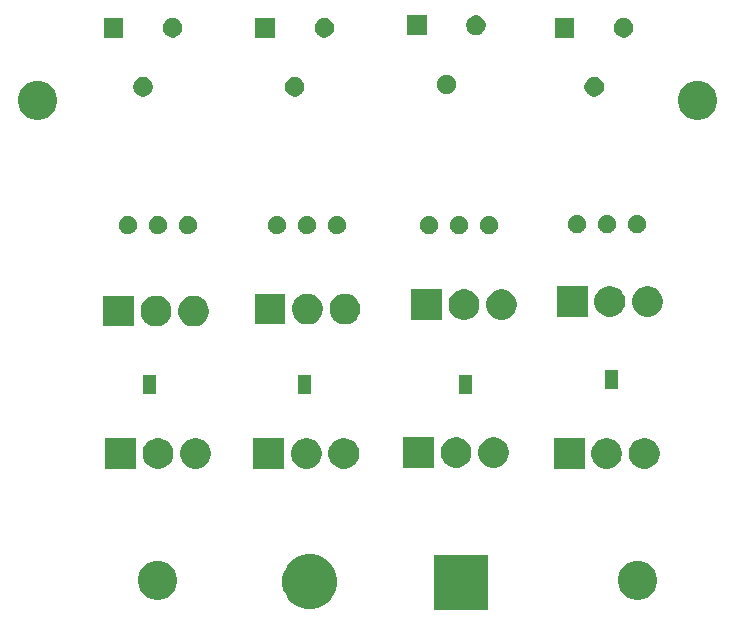
<source format=gbr>
G04 #@! TF.GenerationSoftware,KiCad,Pcbnew,(5.1.2)-1*
G04 #@! TF.CreationDate,2019-06-07T19:51:13-04:00*
G04 #@! TF.ProjectId,version-0-2,76657273-696f-46e2-9d30-2d322e6b6963,rev?*
G04 #@! TF.SameCoordinates,Original*
G04 #@! TF.FileFunction,Soldermask,Bot*
G04 #@! TF.FilePolarity,Negative*
%FSLAX46Y46*%
G04 Gerber Fmt 4.6, Leading zero omitted, Abs format (unit mm)*
G04 Created by KiCad (PCBNEW (5.1.2)-1) date 2019-06-07 19:51:13*
%MOMM*%
%LPD*%
G04 APERTURE LIST*
%ADD10C,0.100000*%
G04 APERTURE END LIST*
D10*
G36*
X101640840Y-167574160D02*
G01*
X97037960Y-167574160D01*
X97037960Y-162971280D01*
X101640840Y-162971280D01*
X101640840Y-167574160D01*
X101640840Y-167574160D01*
G37*
G36*
X87201484Y-162996222D02*
G01*
X87620319Y-163169709D01*
X87620321Y-163169710D01*
X87810071Y-163296497D01*
X87997262Y-163421574D01*
X88317826Y-163742138D01*
X88569691Y-164119081D01*
X88743178Y-164537916D01*
X88831620Y-164982547D01*
X88831620Y-165435893D01*
X88743178Y-165880524D01*
X88742549Y-165882042D01*
X88569690Y-166299361D01*
X88317825Y-166676303D01*
X87997263Y-166996865D01*
X87620321Y-167248730D01*
X87620320Y-167248731D01*
X87620319Y-167248731D01*
X87201484Y-167422218D01*
X86756853Y-167510660D01*
X86303507Y-167510660D01*
X85858876Y-167422218D01*
X85440041Y-167248731D01*
X85440040Y-167248731D01*
X85440039Y-167248730D01*
X85063097Y-166996865D01*
X84742535Y-166676303D01*
X84490670Y-166299361D01*
X84317811Y-165882042D01*
X84317182Y-165880524D01*
X84228740Y-165435893D01*
X84228740Y-164982547D01*
X84317182Y-164537916D01*
X84490669Y-164119081D01*
X84742534Y-163742138D01*
X85063098Y-163421574D01*
X85250289Y-163296497D01*
X85440039Y-163169710D01*
X85440041Y-163169709D01*
X85858876Y-162996222D01*
X86303507Y-162907780D01*
X86756853Y-162907780D01*
X87201484Y-162996222D01*
X87201484Y-162996222D01*
G37*
G36*
X74035256Y-163491298D02*
G01*
X74141579Y-163512447D01*
X74442042Y-163636903D01*
X74712451Y-163817585D01*
X74942415Y-164047549D01*
X75123097Y-164317958D01*
X75214207Y-164537916D01*
X75247553Y-164618422D01*
X75311000Y-164937389D01*
X75311000Y-165262611D01*
X75247553Y-165581578D01*
X75123726Y-165880525D01*
X75123097Y-165882042D01*
X74942415Y-166152451D01*
X74712451Y-166382415D01*
X74442042Y-166563097D01*
X74141579Y-166687553D01*
X74035256Y-166708702D01*
X73822611Y-166751000D01*
X73497389Y-166751000D01*
X73284744Y-166708702D01*
X73178421Y-166687553D01*
X72877958Y-166563097D01*
X72607549Y-166382415D01*
X72377585Y-166152451D01*
X72196903Y-165882042D01*
X72196275Y-165880525D01*
X72072447Y-165581578D01*
X72009000Y-165262611D01*
X72009000Y-164937389D01*
X72072447Y-164618422D01*
X72105794Y-164537916D01*
X72196903Y-164317958D01*
X72377585Y-164047549D01*
X72607549Y-163817585D01*
X72877958Y-163636903D01*
X73178421Y-163512447D01*
X73284744Y-163491298D01*
X73497389Y-163449000D01*
X73822611Y-163449000D01*
X74035256Y-163491298D01*
X74035256Y-163491298D01*
G37*
G36*
X114675256Y-163491298D02*
G01*
X114781579Y-163512447D01*
X115082042Y-163636903D01*
X115352451Y-163817585D01*
X115582415Y-164047549D01*
X115763097Y-164317958D01*
X115854207Y-164537916D01*
X115887553Y-164618422D01*
X115951000Y-164937389D01*
X115951000Y-165262611D01*
X115887553Y-165581578D01*
X115763726Y-165880525D01*
X115763097Y-165882042D01*
X115582415Y-166152451D01*
X115352451Y-166382415D01*
X115082042Y-166563097D01*
X114781579Y-166687553D01*
X114675256Y-166708702D01*
X114462611Y-166751000D01*
X114137389Y-166751000D01*
X113924744Y-166708702D01*
X113818421Y-166687553D01*
X113517958Y-166563097D01*
X113247549Y-166382415D01*
X113017585Y-166152451D01*
X112836903Y-165882042D01*
X112836275Y-165880525D01*
X112712447Y-165581578D01*
X112649000Y-165262611D01*
X112649000Y-164937389D01*
X112712447Y-164618422D01*
X112745794Y-164537916D01*
X112836903Y-164317958D01*
X113017585Y-164047549D01*
X113247549Y-163817585D01*
X113517958Y-163636903D01*
X113818421Y-163512447D01*
X113924744Y-163491298D01*
X114137389Y-163449000D01*
X114462611Y-163449000D01*
X114675256Y-163491298D01*
X114675256Y-163491298D01*
G37*
G36*
X89805173Y-153097484D02*
G01*
X90041881Y-153195532D01*
X90041883Y-153195533D01*
X90254915Y-153337876D01*
X90436084Y-153519045D01*
X90535999Y-153668579D01*
X90578428Y-153732079D01*
X90676476Y-153968787D01*
X90726460Y-154220073D01*
X90726460Y-154476287D01*
X90676476Y-154727573D01*
X90604730Y-154900783D01*
X90578427Y-154964283D01*
X90436084Y-155177315D01*
X90254915Y-155358484D01*
X90041883Y-155500827D01*
X90041882Y-155500828D01*
X90041881Y-155500828D01*
X89805173Y-155598876D01*
X89553887Y-155648860D01*
X89297673Y-155648860D01*
X89046387Y-155598876D01*
X88809679Y-155500828D01*
X88809678Y-155500828D01*
X88809677Y-155500827D01*
X88596645Y-155358484D01*
X88415476Y-155177315D01*
X88273133Y-154964283D01*
X88246830Y-154900783D01*
X88175084Y-154727573D01*
X88125100Y-154476287D01*
X88125100Y-154220073D01*
X88175084Y-153968787D01*
X88273132Y-153732079D01*
X88315561Y-153668579D01*
X88415476Y-153519045D01*
X88596645Y-153337876D01*
X88809677Y-153195533D01*
X88809679Y-153195532D01*
X89046387Y-153097484D01*
X89297673Y-153047500D01*
X89553887Y-153047500D01*
X89805173Y-153097484D01*
X89805173Y-153097484D01*
G37*
G36*
X71818700Y-155648860D02*
G01*
X69217340Y-155648860D01*
X69217340Y-153047500D01*
X71818700Y-153047500D01*
X71818700Y-155648860D01*
X71818700Y-155648860D01*
G37*
G36*
X74072413Y-153097484D02*
G01*
X74309121Y-153195532D01*
X74309123Y-153195533D01*
X74522155Y-153337876D01*
X74703324Y-153519045D01*
X74803239Y-153668579D01*
X74845668Y-153732079D01*
X74943716Y-153968787D01*
X74993700Y-154220073D01*
X74993700Y-154476287D01*
X74943716Y-154727573D01*
X74871970Y-154900783D01*
X74845667Y-154964283D01*
X74703324Y-155177315D01*
X74522155Y-155358484D01*
X74309123Y-155500827D01*
X74309122Y-155500828D01*
X74309121Y-155500828D01*
X74072413Y-155598876D01*
X73821127Y-155648860D01*
X73564913Y-155648860D01*
X73313627Y-155598876D01*
X73076919Y-155500828D01*
X73076918Y-155500828D01*
X73076917Y-155500827D01*
X72863885Y-155358484D01*
X72682716Y-155177315D01*
X72540373Y-154964283D01*
X72514070Y-154900783D01*
X72442324Y-154727573D01*
X72392340Y-154476287D01*
X72392340Y-154220073D01*
X72442324Y-153968787D01*
X72540372Y-153732079D01*
X72582801Y-153668579D01*
X72682716Y-153519045D01*
X72863885Y-153337876D01*
X73076917Y-153195533D01*
X73076919Y-153195532D01*
X73313627Y-153097484D01*
X73564913Y-153047500D01*
X73821127Y-153047500D01*
X74072413Y-153097484D01*
X74072413Y-153097484D01*
G37*
G36*
X77247413Y-153097484D02*
G01*
X77484121Y-153195532D01*
X77484123Y-153195533D01*
X77697155Y-153337876D01*
X77878324Y-153519045D01*
X77978239Y-153668579D01*
X78020668Y-153732079D01*
X78118716Y-153968787D01*
X78168700Y-154220073D01*
X78168700Y-154476287D01*
X78118716Y-154727573D01*
X78046970Y-154900783D01*
X78020667Y-154964283D01*
X77878324Y-155177315D01*
X77697155Y-155358484D01*
X77484123Y-155500827D01*
X77484122Y-155500828D01*
X77484121Y-155500828D01*
X77247413Y-155598876D01*
X76996127Y-155648860D01*
X76739913Y-155648860D01*
X76488627Y-155598876D01*
X76251919Y-155500828D01*
X76251918Y-155500828D01*
X76251917Y-155500827D01*
X76038885Y-155358484D01*
X75857716Y-155177315D01*
X75715373Y-154964283D01*
X75689070Y-154900783D01*
X75617324Y-154727573D01*
X75567340Y-154476287D01*
X75567340Y-154220073D01*
X75617324Y-153968787D01*
X75715372Y-153732079D01*
X75757801Y-153668579D01*
X75857716Y-153519045D01*
X76038885Y-153337876D01*
X76251917Y-153195533D01*
X76251919Y-153195532D01*
X76488627Y-153097484D01*
X76739913Y-153047500D01*
X76996127Y-153047500D01*
X77247413Y-153097484D01*
X77247413Y-153097484D01*
G37*
G36*
X86630173Y-153097484D02*
G01*
X86866881Y-153195532D01*
X86866883Y-153195533D01*
X87079915Y-153337876D01*
X87261084Y-153519045D01*
X87360999Y-153668579D01*
X87403428Y-153732079D01*
X87501476Y-153968787D01*
X87551460Y-154220073D01*
X87551460Y-154476287D01*
X87501476Y-154727573D01*
X87429730Y-154900783D01*
X87403427Y-154964283D01*
X87261084Y-155177315D01*
X87079915Y-155358484D01*
X86866883Y-155500827D01*
X86866882Y-155500828D01*
X86866881Y-155500828D01*
X86630173Y-155598876D01*
X86378887Y-155648860D01*
X86122673Y-155648860D01*
X85871387Y-155598876D01*
X85634679Y-155500828D01*
X85634678Y-155500828D01*
X85634677Y-155500827D01*
X85421645Y-155358484D01*
X85240476Y-155177315D01*
X85098133Y-154964283D01*
X85071830Y-154900783D01*
X85000084Y-154727573D01*
X84950100Y-154476287D01*
X84950100Y-154220073D01*
X85000084Y-153968787D01*
X85098132Y-153732079D01*
X85140561Y-153668579D01*
X85240476Y-153519045D01*
X85421645Y-153337876D01*
X85634677Y-153195533D01*
X85634679Y-153195532D01*
X85871387Y-153097484D01*
X86122673Y-153047500D01*
X86378887Y-153047500D01*
X86630173Y-153097484D01*
X86630173Y-153097484D01*
G37*
G36*
X84376460Y-155648860D02*
G01*
X81775100Y-155648860D01*
X81775100Y-153047500D01*
X84376460Y-153047500D01*
X84376460Y-155648860D01*
X84376460Y-155648860D01*
G37*
G36*
X115238193Y-153097484D02*
G01*
X115474901Y-153195532D01*
X115474903Y-153195533D01*
X115687935Y-153337876D01*
X115869104Y-153519045D01*
X115969019Y-153668579D01*
X116011448Y-153732079D01*
X116109496Y-153968787D01*
X116159480Y-154220073D01*
X116159480Y-154476287D01*
X116109496Y-154727573D01*
X116037750Y-154900783D01*
X116011447Y-154964283D01*
X115869104Y-155177315D01*
X115687935Y-155358484D01*
X115474903Y-155500827D01*
X115474902Y-155500828D01*
X115474901Y-155500828D01*
X115238193Y-155598876D01*
X114986907Y-155648860D01*
X114730693Y-155648860D01*
X114479407Y-155598876D01*
X114242699Y-155500828D01*
X114242698Y-155500828D01*
X114242697Y-155500827D01*
X114029665Y-155358484D01*
X113848496Y-155177315D01*
X113706153Y-154964283D01*
X113679850Y-154900783D01*
X113608104Y-154727573D01*
X113558120Y-154476287D01*
X113558120Y-154220073D01*
X113608104Y-153968787D01*
X113706152Y-153732079D01*
X113748581Y-153668579D01*
X113848496Y-153519045D01*
X114029665Y-153337876D01*
X114242697Y-153195533D01*
X114242699Y-153195532D01*
X114479407Y-153097484D01*
X114730693Y-153047500D01*
X114986907Y-153047500D01*
X115238193Y-153097484D01*
X115238193Y-153097484D01*
G37*
G36*
X112063193Y-153097484D02*
G01*
X112299901Y-153195532D01*
X112299903Y-153195533D01*
X112512935Y-153337876D01*
X112694104Y-153519045D01*
X112794019Y-153668579D01*
X112836448Y-153732079D01*
X112934496Y-153968787D01*
X112984480Y-154220073D01*
X112984480Y-154476287D01*
X112934496Y-154727573D01*
X112862750Y-154900783D01*
X112836447Y-154964283D01*
X112694104Y-155177315D01*
X112512935Y-155358484D01*
X112299903Y-155500827D01*
X112299902Y-155500828D01*
X112299901Y-155500828D01*
X112063193Y-155598876D01*
X111811907Y-155648860D01*
X111555693Y-155648860D01*
X111304407Y-155598876D01*
X111067699Y-155500828D01*
X111067698Y-155500828D01*
X111067697Y-155500827D01*
X110854665Y-155358484D01*
X110673496Y-155177315D01*
X110531153Y-154964283D01*
X110504850Y-154900783D01*
X110433104Y-154727573D01*
X110383120Y-154476287D01*
X110383120Y-154220073D01*
X110433104Y-153968787D01*
X110531152Y-153732079D01*
X110573581Y-153668579D01*
X110673496Y-153519045D01*
X110854665Y-153337876D01*
X111067697Y-153195533D01*
X111067699Y-153195532D01*
X111304407Y-153097484D01*
X111555693Y-153047500D01*
X111811907Y-153047500D01*
X112063193Y-153097484D01*
X112063193Y-153097484D01*
G37*
G36*
X109809480Y-155648860D02*
G01*
X107208120Y-155648860D01*
X107208120Y-153047500D01*
X109809480Y-153047500D01*
X109809480Y-155648860D01*
X109809480Y-155648860D01*
G37*
G36*
X102489933Y-153033984D02*
G01*
X102643237Y-153097485D01*
X102726643Y-153132033D01*
X102939675Y-153274376D01*
X103120844Y-153455545D01*
X103263187Y-153668577D01*
X103263188Y-153668579D01*
X103361236Y-153905287D01*
X103411220Y-154156573D01*
X103411220Y-154412787D01*
X103361236Y-154664073D01*
X103263188Y-154900781D01*
X103263187Y-154900783D01*
X103120844Y-155113815D01*
X102939675Y-155294984D01*
X102726643Y-155437327D01*
X102726642Y-155437328D01*
X102726641Y-155437328D01*
X102489933Y-155535376D01*
X102238647Y-155585360D01*
X101982433Y-155585360D01*
X101731147Y-155535376D01*
X101494439Y-155437328D01*
X101494438Y-155437328D01*
X101494437Y-155437327D01*
X101281405Y-155294984D01*
X101100236Y-155113815D01*
X100957893Y-154900783D01*
X100957892Y-154900781D01*
X100859844Y-154664073D01*
X100809860Y-154412787D01*
X100809860Y-154156573D01*
X100859844Y-153905287D01*
X100957892Y-153668579D01*
X100957893Y-153668577D01*
X101100236Y-153455545D01*
X101281405Y-153274376D01*
X101494437Y-153132033D01*
X101577843Y-153097485D01*
X101731147Y-153033984D01*
X101982433Y-152984000D01*
X102238647Y-152984000D01*
X102489933Y-153033984D01*
X102489933Y-153033984D01*
G37*
G36*
X99314933Y-153033984D02*
G01*
X99468237Y-153097485D01*
X99551643Y-153132033D01*
X99764675Y-153274376D01*
X99945844Y-153455545D01*
X100088187Y-153668577D01*
X100088188Y-153668579D01*
X100186236Y-153905287D01*
X100236220Y-154156573D01*
X100236220Y-154412787D01*
X100186236Y-154664073D01*
X100088188Y-154900781D01*
X100088187Y-154900783D01*
X99945844Y-155113815D01*
X99764675Y-155294984D01*
X99551643Y-155437327D01*
X99551642Y-155437328D01*
X99551641Y-155437328D01*
X99314933Y-155535376D01*
X99063647Y-155585360D01*
X98807433Y-155585360D01*
X98556147Y-155535376D01*
X98319439Y-155437328D01*
X98319438Y-155437328D01*
X98319437Y-155437327D01*
X98106405Y-155294984D01*
X97925236Y-155113815D01*
X97782893Y-154900783D01*
X97782892Y-154900781D01*
X97684844Y-154664073D01*
X97634860Y-154412787D01*
X97634860Y-154156573D01*
X97684844Y-153905287D01*
X97782892Y-153668579D01*
X97782893Y-153668577D01*
X97925236Y-153455545D01*
X98106405Y-153274376D01*
X98319437Y-153132033D01*
X98402843Y-153097485D01*
X98556147Y-153033984D01*
X98807433Y-152984000D01*
X99063647Y-152984000D01*
X99314933Y-153033984D01*
X99314933Y-153033984D01*
G37*
G36*
X97061220Y-155585360D02*
G01*
X94459860Y-155585360D01*
X94459860Y-152984000D01*
X97061220Y-152984000D01*
X97061220Y-155585360D01*
X97061220Y-155585360D01*
G37*
G36*
X100268860Y-149327500D02*
G01*
X99166860Y-149327500D01*
X99166860Y-147725500D01*
X100268860Y-147725500D01*
X100268860Y-149327500D01*
X100268860Y-149327500D01*
G37*
G36*
X86641760Y-149327500D02*
G01*
X85539760Y-149327500D01*
X85539760Y-147725500D01*
X86641760Y-147725500D01*
X86641760Y-149327500D01*
X86641760Y-149327500D01*
G37*
G36*
X73563300Y-149327500D02*
G01*
X72461300Y-149327500D01*
X72461300Y-147725500D01*
X73563300Y-147725500D01*
X73563300Y-149327500D01*
X73563300Y-149327500D01*
G37*
G36*
X112615800Y-148870300D02*
G01*
X111513800Y-148870300D01*
X111513800Y-147268300D01*
X112615800Y-147268300D01*
X112615800Y-148870300D01*
X112615800Y-148870300D01*
G37*
G36*
X71658680Y-143606720D02*
G01*
X69057320Y-143606720D01*
X69057320Y-141005360D01*
X71658680Y-141005360D01*
X71658680Y-143606720D01*
X71658680Y-143606720D01*
G37*
G36*
X73912393Y-141055344D02*
G01*
X74149101Y-141153392D01*
X74149103Y-141153393D01*
X74362135Y-141295736D01*
X74543304Y-141476905D01*
X74685647Y-141689937D01*
X74685648Y-141689939D01*
X74783696Y-141926647D01*
X74833680Y-142177933D01*
X74833680Y-142434147D01*
X74783696Y-142685433D01*
X74690657Y-142910048D01*
X74685647Y-142922143D01*
X74543304Y-143135175D01*
X74362135Y-143316344D01*
X74149103Y-143458687D01*
X74149102Y-143458688D01*
X74149101Y-143458688D01*
X73912393Y-143556736D01*
X73661107Y-143606720D01*
X73404893Y-143606720D01*
X73153607Y-143556736D01*
X72916899Y-143458688D01*
X72916898Y-143458688D01*
X72916897Y-143458687D01*
X72703865Y-143316344D01*
X72522696Y-143135175D01*
X72380353Y-142922143D01*
X72375343Y-142910048D01*
X72282304Y-142685433D01*
X72232320Y-142434147D01*
X72232320Y-142177933D01*
X72282304Y-141926647D01*
X72380352Y-141689939D01*
X72380353Y-141689937D01*
X72522696Y-141476905D01*
X72703865Y-141295736D01*
X72916897Y-141153393D01*
X72916899Y-141153392D01*
X73153607Y-141055344D01*
X73404893Y-141005360D01*
X73661107Y-141005360D01*
X73912393Y-141055344D01*
X73912393Y-141055344D01*
G37*
G36*
X77087393Y-141055344D02*
G01*
X77324101Y-141153392D01*
X77324103Y-141153393D01*
X77537135Y-141295736D01*
X77718304Y-141476905D01*
X77860647Y-141689937D01*
X77860648Y-141689939D01*
X77958696Y-141926647D01*
X78008680Y-142177933D01*
X78008680Y-142434147D01*
X77958696Y-142685433D01*
X77865657Y-142910048D01*
X77860647Y-142922143D01*
X77718304Y-143135175D01*
X77537135Y-143316344D01*
X77324103Y-143458687D01*
X77324102Y-143458688D01*
X77324101Y-143458688D01*
X77087393Y-143556736D01*
X76836107Y-143606720D01*
X76579893Y-143606720D01*
X76328607Y-143556736D01*
X76091899Y-143458688D01*
X76091898Y-143458688D01*
X76091897Y-143458687D01*
X75878865Y-143316344D01*
X75697696Y-143135175D01*
X75555353Y-142922143D01*
X75550343Y-142910048D01*
X75457304Y-142685433D01*
X75407320Y-142434147D01*
X75407320Y-142177933D01*
X75457304Y-141926647D01*
X75555352Y-141689939D01*
X75555353Y-141689937D01*
X75697696Y-141476905D01*
X75878865Y-141295736D01*
X76091897Y-141153393D01*
X76091899Y-141153392D01*
X76328607Y-141055344D01*
X76579893Y-141005360D01*
X76836107Y-141005360D01*
X77087393Y-141055344D01*
X77087393Y-141055344D01*
G37*
G36*
X84465360Y-143423840D02*
G01*
X81864000Y-143423840D01*
X81864000Y-140822480D01*
X84465360Y-140822480D01*
X84465360Y-143423840D01*
X84465360Y-143423840D01*
G37*
G36*
X89894073Y-140872464D02*
G01*
X90028790Y-140928266D01*
X90130783Y-140970513D01*
X90343815Y-141112856D01*
X90524984Y-141294025D01*
X90667327Y-141507057D01*
X90667328Y-141507059D01*
X90765376Y-141743767D01*
X90815360Y-141995053D01*
X90815360Y-142251267D01*
X90765376Y-142502553D01*
X90730589Y-142586535D01*
X90667327Y-142739263D01*
X90524984Y-142952295D01*
X90343815Y-143133464D01*
X90130783Y-143275807D01*
X90130782Y-143275808D01*
X90130781Y-143275808D01*
X89894073Y-143373856D01*
X89642787Y-143423840D01*
X89386573Y-143423840D01*
X89135287Y-143373856D01*
X88898579Y-143275808D01*
X88898578Y-143275808D01*
X88898577Y-143275807D01*
X88685545Y-143133464D01*
X88504376Y-142952295D01*
X88362033Y-142739263D01*
X88298771Y-142586535D01*
X88263984Y-142502553D01*
X88214000Y-142251267D01*
X88214000Y-141995053D01*
X88263984Y-141743767D01*
X88362032Y-141507059D01*
X88362033Y-141507057D01*
X88504376Y-141294025D01*
X88685545Y-141112856D01*
X88898577Y-140970513D01*
X89000570Y-140928266D01*
X89135287Y-140872464D01*
X89386573Y-140822480D01*
X89642787Y-140822480D01*
X89894073Y-140872464D01*
X89894073Y-140872464D01*
G37*
G36*
X86719073Y-140872464D02*
G01*
X86853790Y-140928266D01*
X86955783Y-140970513D01*
X87168815Y-141112856D01*
X87349984Y-141294025D01*
X87492327Y-141507057D01*
X87492328Y-141507059D01*
X87590376Y-141743767D01*
X87640360Y-141995053D01*
X87640360Y-142251267D01*
X87590376Y-142502553D01*
X87555589Y-142586535D01*
X87492327Y-142739263D01*
X87349984Y-142952295D01*
X87168815Y-143133464D01*
X86955783Y-143275807D01*
X86955782Y-143275808D01*
X86955781Y-143275808D01*
X86719073Y-143373856D01*
X86467787Y-143423840D01*
X86211573Y-143423840D01*
X85960287Y-143373856D01*
X85723579Y-143275808D01*
X85723578Y-143275808D01*
X85723577Y-143275807D01*
X85510545Y-143133464D01*
X85329376Y-142952295D01*
X85187033Y-142739263D01*
X85123771Y-142586535D01*
X85088984Y-142502553D01*
X85039000Y-142251267D01*
X85039000Y-141995053D01*
X85088984Y-141743767D01*
X85187032Y-141507059D01*
X85187033Y-141507057D01*
X85329376Y-141294025D01*
X85510545Y-141112856D01*
X85723577Y-140970513D01*
X85825570Y-140928266D01*
X85960287Y-140872464D01*
X86211573Y-140822480D01*
X86467787Y-140822480D01*
X86719073Y-140872464D01*
X86719073Y-140872464D01*
G37*
G36*
X103155413Y-140506704D02*
G01*
X103392121Y-140604752D01*
X103392123Y-140604753D01*
X103605155Y-140747096D01*
X103786324Y-140928265D01*
X103909663Y-141112856D01*
X103928668Y-141141299D01*
X104026716Y-141378007D01*
X104076700Y-141629293D01*
X104076700Y-141885507D01*
X104026716Y-142136793D01*
X103928668Y-142373501D01*
X103928667Y-142373503D01*
X103786324Y-142586535D01*
X103605155Y-142767704D01*
X103392123Y-142910047D01*
X103392122Y-142910048D01*
X103392121Y-142910048D01*
X103155413Y-143008096D01*
X102904127Y-143058080D01*
X102647913Y-143058080D01*
X102396627Y-143008096D01*
X102159919Y-142910048D01*
X102159918Y-142910048D01*
X102159917Y-142910047D01*
X101946885Y-142767704D01*
X101765716Y-142586535D01*
X101623373Y-142373503D01*
X101623372Y-142373501D01*
X101525324Y-142136793D01*
X101475340Y-141885507D01*
X101475340Y-141629293D01*
X101525324Y-141378007D01*
X101623372Y-141141299D01*
X101642377Y-141112856D01*
X101765716Y-140928265D01*
X101946885Y-140747096D01*
X102159917Y-140604753D01*
X102159919Y-140604752D01*
X102396627Y-140506704D01*
X102647913Y-140456720D01*
X102904127Y-140456720D01*
X103155413Y-140506704D01*
X103155413Y-140506704D01*
G37*
G36*
X97726700Y-143058080D02*
G01*
X95125340Y-143058080D01*
X95125340Y-140456720D01*
X97726700Y-140456720D01*
X97726700Y-143058080D01*
X97726700Y-143058080D01*
G37*
G36*
X99980413Y-140506704D02*
G01*
X100217121Y-140604752D01*
X100217123Y-140604753D01*
X100430155Y-140747096D01*
X100611324Y-140928265D01*
X100734663Y-141112856D01*
X100753668Y-141141299D01*
X100851716Y-141378007D01*
X100901700Y-141629293D01*
X100901700Y-141885507D01*
X100851716Y-142136793D01*
X100753668Y-142373501D01*
X100753667Y-142373503D01*
X100611324Y-142586535D01*
X100430155Y-142767704D01*
X100217123Y-142910047D01*
X100217122Y-142910048D01*
X100217121Y-142910048D01*
X99980413Y-143008096D01*
X99729127Y-143058080D01*
X99472913Y-143058080D01*
X99221627Y-143008096D01*
X98984919Y-142910048D01*
X98984918Y-142910048D01*
X98984917Y-142910047D01*
X98771885Y-142767704D01*
X98590716Y-142586535D01*
X98448373Y-142373503D01*
X98448372Y-142373501D01*
X98350324Y-142136793D01*
X98300340Y-141885507D01*
X98300340Y-141629293D01*
X98350324Y-141378007D01*
X98448372Y-141141299D01*
X98467377Y-141112856D01*
X98590716Y-140928265D01*
X98771885Y-140747096D01*
X98984917Y-140604753D01*
X98984919Y-140604752D01*
X99221627Y-140506704D01*
X99472913Y-140456720D01*
X99729127Y-140456720D01*
X99980413Y-140506704D01*
X99980413Y-140506704D01*
G37*
G36*
X115502353Y-140232384D02*
G01*
X115739061Y-140330432D01*
X115739063Y-140330433D01*
X115952095Y-140472776D01*
X116133264Y-140653945D01*
X116195505Y-140747096D01*
X116275608Y-140866979D01*
X116373656Y-141103687D01*
X116423640Y-141354973D01*
X116423640Y-141611187D01*
X116373656Y-141862473D01*
X116347074Y-141926647D01*
X116275607Y-142099183D01*
X116133264Y-142312215D01*
X115952095Y-142493384D01*
X115739063Y-142635727D01*
X115739062Y-142635728D01*
X115739061Y-142635728D01*
X115502353Y-142733776D01*
X115251067Y-142783760D01*
X114994853Y-142783760D01*
X114743567Y-142733776D01*
X114506859Y-142635728D01*
X114506858Y-142635728D01*
X114506857Y-142635727D01*
X114293825Y-142493384D01*
X114112656Y-142312215D01*
X113970313Y-142099183D01*
X113898846Y-141926647D01*
X113872264Y-141862473D01*
X113822280Y-141611187D01*
X113822280Y-141354973D01*
X113872264Y-141103687D01*
X113970312Y-140866979D01*
X114050415Y-140747096D01*
X114112656Y-140653945D01*
X114293825Y-140472776D01*
X114506857Y-140330433D01*
X114506859Y-140330432D01*
X114743567Y-140232384D01*
X114994853Y-140182400D01*
X115251067Y-140182400D01*
X115502353Y-140232384D01*
X115502353Y-140232384D01*
G37*
G36*
X110073640Y-142783760D02*
G01*
X107472280Y-142783760D01*
X107472280Y-140182400D01*
X110073640Y-140182400D01*
X110073640Y-142783760D01*
X110073640Y-142783760D01*
G37*
G36*
X112327353Y-140232384D02*
G01*
X112564061Y-140330432D01*
X112564063Y-140330433D01*
X112777095Y-140472776D01*
X112958264Y-140653945D01*
X113020505Y-140747096D01*
X113100608Y-140866979D01*
X113198656Y-141103687D01*
X113248640Y-141354973D01*
X113248640Y-141611187D01*
X113198656Y-141862473D01*
X113172074Y-141926647D01*
X113100607Y-142099183D01*
X112958264Y-142312215D01*
X112777095Y-142493384D01*
X112564063Y-142635727D01*
X112564062Y-142635728D01*
X112564061Y-142635728D01*
X112327353Y-142733776D01*
X112076067Y-142783760D01*
X111819853Y-142783760D01*
X111568567Y-142733776D01*
X111331859Y-142635728D01*
X111331858Y-142635728D01*
X111331857Y-142635727D01*
X111118825Y-142493384D01*
X110937656Y-142312215D01*
X110795313Y-142099183D01*
X110723846Y-141926647D01*
X110697264Y-141862473D01*
X110647280Y-141611187D01*
X110647280Y-141354973D01*
X110697264Y-141103687D01*
X110795312Y-140866979D01*
X110875415Y-140747096D01*
X110937656Y-140653945D01*
X111118825Y-140472776D01*
X111331857Y-140330433D01*
X111331859Y-140330432D01*
X111568567Y-140232384D01*
X111819853Y-140182400D01*
X112076067Y-140182400D01*
X112327353Y-140232384D01*
X112327353Y-140232384D01*
G37*
G36*
X101855129Y-134270356D02*
G01*
X101954433Y-134290109D01*
X102094746Y-134348228D01*
X102221024Y-134432605D01*
X102328415Y-134539996D01*
X102412792Y-134666274D01*
X102470911Y-134806587D01*
X102500540Y-134955543D01*
X102500540Y-135107417D01*
X102470911Y-135256373D01*
X102412792Y-135396686D01*
X102328415Y-135522964D01*
X102221024Y-135630355D01*
X102094746Y-135714732D01*
X101954433Y-135772851D01*
X101855129Y-135792604D01*
X101805478Y-135802480D01*
X101653602Y-135802480D01*
X101603951Y-135792604D01*
X101504647Y-135772851D01*
X101364334Y-135714732D01*
X101238056Y-135630355D01*
X101130665Y-135522964D01*
X101046288Y-135396686D01*
X100988169Y-135256373D01*
X100958540Y-135107417D01*
X100958540Y-134955543D01*
X100988169Y-134806587D01*
X101046288Y-134666274D01*
X101130665Y-134539996D01*
X101238056Y-134432605D01*
X101364334Y-134348228D01*
X101504647Y-134290109D01*
X101603951Y-134270356D01*
X101653602Y-134260480D01*
X101805478Y-134260480D01*
X101855129Y-134270356D01*
X101855129Y-134270356D01*
G37*
G36*
X99315129Y-134270356D02*
G01*
X99414433Y-134290109D01*
X99554746Y-134348228D01*
X99681024Y-134432605D01*
X99788415Y-134539996D01*
X99872792Y-134666274D01*
X99930911Y-134806587D01*
X99960540Y-134955543D01*
X99960540Y-135107417D01*
X99930911Y-135256373D01*
X99872792Y-135396686D01*
X99788415Y-135522964D01*
X99681024Y-135630355D01*
X99554746Y-135714732D01*
X99414433Y-135772851D01*
X99315129Y-135792604D01*
X99265478Y-135802480D01*
X99113602Y-135802480D01*
X99063951Y-135792604D01*
X98964647Y-135772851D01*
X98824334Y-135714732D01*
X98698056Y-135630355D01*
X98590665Y-135522964D01*
X98506288Y-135396686D01*
X98448169Y-135256373D01*
X98418540Y-135107417D01*
X98418540Y-134955543D01*
X98448169Y-134806587D01*
X98506288Y-134666274D01*
X98590665Y-134539996D01*
X98698056Y-134432605D01*
X98824334Y-134348228D01*
X98964647Y-134290109D01*
X99063951Y-134270356D01*
X99113602Y-134260480D01*
X99265478Y-134260480D01*
X99315129Y-134270356D01*
X99315129Y-134270356D01*
G37*
G36*
X96775129Y-134270356D02*
G01*
X96874433Y-134290109D01*
X97014746Y-134348228D01*
X97141024Y-134432605D01*
X97248415Y-134539996D01*
X97332792Y-134666274D01*
X97390911Y-134806587D01*
X97420540Y-134955543D01*
X97420540Y-135107417D01*
X97390911Y-135256373D01*
X97332792Y-135396686D01*
X97248415Y-135522964D01*
X97141024Y-135630355D01*
X97014746Y-135714732D01*
X96874433Y-135772851D01*
X96775129Y-135792604D01*
X96725478Y-135802480D01*
X96573602Y-135802480D01*
X96523951Y-135792604D01*
X96424647Y-135772851D01*
X96284334Y-135714732D01*
X96158056Y-135630355D01*
X96050665Y-135522964D01*
X95966288Y-135396686D01*
X95908169Y-135256373D01*
X95878540Y-135107417D01*
X95878540Y-134955543D01*
X95908169Y-134806587D01*
X95966288Y-134666274D01*
X96050665Y-134539996D01*
X96158056Y-134432605D01*
X96284334Y-134348228D01*
X96424647Y-134290109D01*
X96523951Y-134270356D01*
X96573602Y-134260480D01*
X96725478Y-134260480D01*
X96775129Y-134270356D01*
X96775129Y-134270356D01*
G37*
G36*
X88959549Y-134270356D02*
G01*
X89058853Y-134290109D01*
X89199166Y-134348228D01*
X89325444Y-134432605D01*
X89432835Y-134539996D01*
X89517212Y-134666274D01*
X89575331Y-134806587D01*
X89604960Y-134955543D01*
X89604960Y-135107417D01*
X89575331Y-135256373D01*
X89517212Y-135396686D01*
X89432835Y-135522964D01*
X89325444Y-135630355D01*
X89199166Y-135714732D01*
X89058853Y-135772851D01*
X88959549Y-135792604D01*
X88909898Y-135802480D01*
X88758022Y-135802480D01*
X88708371Y-135792604D01*
X88609067Y-135772851D01*
X88468754Y-135714732D01*
X88342476Y-135630355D01*
X88235085Y-135522964D01*
X88150708Y-135396686D01*
X88092589Y-135256373D01*
X88062960Y-135107417D01*
X88062960Y-134955543D01*
X88092589Y-134806587D01*
X88150708Y-134666274D01*
X88235085Y-134539996D01*
X88342476Y-134432605D01*
X88468754Y-134348228D01*
X88609067Y-134290109D01*
X88708371Y-134270356D01*
X88758022Y-134260480D01*
X88909898Y-134260480D01*
X88959549Y-134270356D01*
X88959549Y-134270356D01*
G37*
G36*
X83879549Y-134270356D02*
G01*
X83978853Y-134290109D01*
X84119166Y-134348228D01*
X84245444Y-134432605D01*
X84352835Y-134539996D01*
X84437212Y-134666274D01*
X84495331Y-134806587D01*
X84524960Y-134955543D01*
X84524960Y-135107417D01*
X84495331Y-135256373D01*
X84437212Y-135396686D01*
X84352835Y-135522964D01*
X84245444Y-135630355D01*
X84119166Y-135714732D01*
X83978853Y-135772851D01*
X83879549Y-135792604D01*
X83829898Y-135802480D01*
X83678022Y-135802480D01*
X83628371Y-135792604D01*
X83529067Y-135772851D01*
X83388754Y-135714732D01*
X83262476Y-135630355D01*
X83155085Y-135522964D01*
X83070708Y-135396686D01*
X83012589Y-135256373D01*
X82982960Y-135107417D01*
X82982960Y-134955543D01*
X83012589Y-134806587D01*
X83070708Y-134666274D01*
X83155085Y-134539996D01*
X83262476Y-134432605D01*
X83388754Y-134348228D01*
X83529067Y-134290109D01*
X83628371Y-134270356D01*
X83678022Y-134260480D01*
X83829898Y-134260480D01*
X83879549Y-134270356D01*
X83879549Y-134270356D01*
G37*
G36*
X86419549Y-134270356D02*
G01*
X86518853Y-134290109D01*
X86659166Y-134348228D01*
X86785444Y-134432605D01*
X86892835Y-134539996D01*
X86977212Y-134666274D01*
X87035331Y-134806587D01*
X87064960Y-134955543D01*
X87064960Y-135107417D01*
X87035331Y-135256373D01*
X86977212Y-135396686D01*
X86892835Y-135522964D01*
X86785444Y-135630355D01*
X86659166Y-135714732D01*
X86518853Y-135772851D01*
X86419549Y-135792604D01*
X86369898Y-135802480D01*
X86218022Y-135802480D01*
X86168371Y-135792604D01*
X86069067Y-135772851D01*
X85928754Y-135714732D01*
X85802476Y-135630355D01*
X85695085Y-135522964D01*
X85610708Y-135396686D01*
X85552589Y-135256373D01*
X85522960Y-135107417D01*
X85522960Y-134955543D01*
X85552589Y-134806587D01*
X85610708Y-134666274D01*
X85695085Y-134539996D01*
X85802476Y-134432605D01*
X85928754Y-134348228D01*
X86069067Y-134290109D01*
X86168371Y-134270356D01*
X86218022Y-134260480D01*
X86369898Y-134260480D01*
X86419549Y-134270356D01*
X86419549Y-134270356D01*
G37*
G36*
X71258289Y-134270356D02*
G01*
X71357593Y-134290109D01*
X71497906Y-134348228D01*
X71624184Y-134432605D01*
X71731575Y-134539996D01*
X71815952Y-134666274D01*
X71874071Y-134806587D01*
X71903700Y-134955543D01*
X71903700Y-135107417D01*
X71874071Y-135256373D01*
X71815952Y-135396686D01*
X71731575Y-135522964D01*
X71624184Y-135630355D01*
X71497906Y-135714732D01*
X71357593Y-135772851D01*
X71258289Y-135792604D01*
X71208638Y-135802480D01*
X71056762Y-135802480D01*
X71007111Y-135792604D01*
X70907807Y-135772851D01*
X70767494Y-135714732D01*
X70641216Y-135630355D01*
X70533825Y-135522964D01*
X70449448Y-135396686D01*
X70391329Y-135256373D01*
X70361700Y-135107417D01*
X70361700Y-134955543D01*
X70391329Y-134806587D01*
X70449448Y-134666274D01*
X70533825Y-134539996D01*
X70641216Y-134432605D01*
X70767494Y-134348228D01*
X70907807Y-134290109D01*
X71007111Y-134270356D01*
X71056762Y-134260480D01*
X71208638Y-134260480D01*
X71258289Y-134270356D01*
X71258289Y-134270356D01*
G37*
G36*
X73798289Y-134270356D02*
G01*
X73897593Y-134290109D01*
X74037906Y-134348228D01*
X74164184Y-134432605D01*
X74271575Y-134539996D01*
X74355952Y-134666274D01*
X74414071Y-134806587D01*
X74443700Y-134955543D01*
X74443700Y-135107417D01*
X74414071Y-135256373D01*
X74355952Y-135396686D01*
X74271575Y-135522964D01*
X74164184Y-135630355D01*
X74037906Y-135714732D01*
X73897593Y-135772851D01*
X73798289Y-135792604D01*
X73748638Y-135802480D01*
X73596762Y-135802480D01*
X73547111Y-135792604D01*
X73447807Y-135772851D01*
X73307494Y-135714732D01*
X73181216Y-135630355D01*
X73073825Y-135522964D01*
X72989448Y-135396686D01*
X72931329Y-135256373D01*
X72901700Y-135107417D01*
X72901700Y-134955543D01*
X72931329Y-134806587D01*
X72989448Y-134666274D01*
X73073825Y-134539996D01*
X73181216Y-134432605D01*
X73307494Y-134348228D01*
X73447807Y-134290109D01*
X73547111Y-134270356D01*
X73596762Y-134260480D01*
X73748638Y-134260480D01*
X73798289Y-134270356D01*
X73798289Y-134270356D01*
G37*
G36*
X76338289Y-134270356D02*
G01*
X76437593Y-134290109D01*
X76577906Y-134348228D01*
X76704184Y-134432605D01*
X76811575Y-134539996D01*
X76895952Y-134666274D01*
X76954071Y-134806587D01*
X76983700Y-134955543D01*
X76983700Y-135107417D01*
X76954071Y-135256373D01*
X76895952Y-135396686D01*
X76811575Y-135522964D01*
X76704184Y-135630355D01*
X76577906Y-135714732D01*
X76437593Y-135772851D01*
X76338289Y-135792604D01*
X76288638Y-135802480D01*
X76136762Y-135802480D01*
X76087111Y-135792604D01*
X75987807Y-135772851D01*
X75847494Y-135714732D01*
X75721216Y-135630355D01*
X75613825Y-135522964D01*
X75529448Y-135396686D01*
X75471329Y-135256373D01*
X75441700Y-135107417D01*
X75441700Y-134955543D01*
X75471329Y-134806587D01*
X75529448Y-134666274D01*
X75613825Y-134539996D01*
X75721216Y-134432605D01*
X75847494Y-134348228D01*
X75987807Y-134290109D01*
X76087111Y-134270356D01*
X76136762Y-134260480D01*
X76288638Y-134260480D01*
X76338289Y-134270356D01*
X76338289Y-134270356D01*
G37*
G36*
X109307489Y-134178916D02*
G01*
X109406793Y-134198669D01*
X109547106Y-134256788D01*
X109673384Y-134341165D01*
X109780775Y-134448556D01*
X109865152Y-134574834D01*
X109923271Y-134715147D01*
X109952900Y-134864103D01*
X109952900Y-135015977D01*
X109923271Y-135164933D01*
X109865152Y-135305246D01*
X109780775Y-135431524D01*
X109673384Y-135538915D01*
X109547106Y-135623292D01*
X109406793Y-135681411D01*
X109307489Y-135701164D01*
X109257838Y-135711040D01*
X109105962Y-135711040D01*
X109056311Y-135701164D01*
X108957007Y-135681411D01*
X108816694Y-135623292D01*
X108690416Y-135538915D01*
X108583025Y-135431524D01*
X108498648Y-135305246D01*
X108440529Y-135164933D01*
X108410900Y-135015977D01*
X108410900Y-134864103D01*
X108440529Y-134715147D01*
X108498648Y-134574834D01*
X108583025Y-134448556D01*
X108690416Y-134341165D01*
X108816694Y-134256788D01*
X108957007Y-134198669D01*
X109056311Y-134178916D01*
X109105962Y-134169040D01*
X109257838Y-134169040D01*
X109307489Y-134178916D01*
X109307489Y-134178916D01*
G37*
G36*
X111847489Y-134178916D02*
G01*
X111946793Y-134198669D01*
X112087106Y-134256788D01*
X112213384Y-134341165D01*
X112320775Y-134448556D01*
X112405152Y-134574834D01*
X112463271Y-134715147D01*
X112492900Y-134864103D01*
X112492900Y-135015977D01*
X112463271Y-135164933D01*
X112405152Y-135305246D01*
X112320775Y-135431524D01*
X112213384Y-135538915D01*
X112087106Y-135623292D01*
X111946793Y-135681411D01*
X111847489Y-135701164D01*
X111797838Y-135711040D01*
X111645962Y-135711040D01*
X111596311Y-135701164D01*
X111497007Y-135681411D01*
X111356694Y-135623292D01*
X111230416Y-135538915D01*
X111123025Y-135431524D01*
X111038648Y-135305246D01*
X110980529Y-135164933D01*
X110950900Y-135015977D01*
X110950900Y-134864103D01*
X110980529Y-134715147D01*
X111038648Y-134574834D01*
X111123025Y-134448556D01*
X111230416Y-134341165D01*
X111356694Y-134256788D01*
X111497007Y-134198669D01*
X111596311Y-134178916D01*
X111645962Y-134169040D01*
X111797838Y-134169040D01*
X111847489Y-134178916D01*
X111847489Y-134178916D01*
G37*
G36*
X114387489Y-134178916D02*
G01*
X114486793Y-134198669D01*
X114627106Y-134256788D01*
X114753384Y-134341165D01*
X114860775Y-134448556D01*
X114945152Y-134574834D01*
X115003271Y-134715147D01*
X115032900Y-134864103D01*
X115032900Y-135015977D01*
X115003271Y-135164933D01*
X114945152Y-135305246D01*
X114860775Y-135431524D01*
X114753384Y-135538915D01*
X114627106Y-135623292D01*
X114486793Y-135681411D01*
X114387489Y-135701164D01*
X114337838Y-135711040D01*
X114185962Y-135711040D01*
X114136311Y-135701164D01*
X114037007Y-135681411D01*
X113896694Y-135623292D01*
X113770416Y-135538915D01*
X113663025Y-135431524D01*
X113578648Y-135305246D01*
X113520529Y-135164933D01*
X113490900Y-135015977D01*
X113490900Y-134864103D01*
X113520529Y-134715147D01*
X113578648Y-134574834D01*
X113663025Y-134448556D01*
X113770416Y-134341165D01*
X113896694Y-134256788D01*
X114037007Y-134198669D01*
X114136311Y-134178916D01*
X114185962Y-134169040D01*
X114337838Y-134169040D01*
X114387489Y-134178916D01*
X114387489Y-134178916D01*
G37*
G36*
X63875256Y-122851298D02*
G01*
X63981579Y-122872447D01*
X64282042Y-122996903D01*
X64552451Y-123177585D01*
X64782415Y-123407549D01*
X64963097Y-123677958D01*
X65087553Y-123978421D01*
X65151000Y-124297391D01*
X65151000Y-124622609D01*
X65087553Y-124941579D01*
X64963097Y-125242042D01*
X64782415Y-125512451D01*
X64552451Y-125742415D01*
X64282042Y-125923097D01*
X63981579Y-126047553D01*
X63875256Y-126068702D01*
X63662611Y-126111000D01*
X63337389Y-126111000D01*
X63124744Y-126068702D01*
X63018421Y-126047553D01*
X62717958Y-125923097D01*
X62447549Y-125742415D01*
X62217585Y-125512451D01*
X62036903Y-125242042D01*
X61912447Y-124941579D01*
X61849000Y-124622609D01*
X61849000Y-124297391D01*
X61912447Y-123978421D01*
X62036903Y-123677958D01*
X62217585Y-123407549D01*
X62447549Y-123177585D01*
X62717958Y-122996903D01*
X63018421Y-122872447D01*
X63124744Y-122851298D01*
X63337389Y-122809000D01*
X63662611Y-122809000D01*
X63875256Y-122851298D01*
X63875256Y-122851298D01*
G37*
G36*
X119755256Y-122851298D02*
G01*
X119861579Y-122872447D01*
X120162042Y-122996903D01*
X120432451Y-123177585D01*
X120662415Y-123407549D01*
X120843097Y-123677958D01*
X120967553Y-123978421D01*
X121031000Y-124297391D01*
X121031000Y-124622609D01*
X120967553Y-124941579D01*
X120843097Y-125242042D01*
X120662415Y-125512451D01*
X120432451Y-125742415D01*
X120162042Y-125923097D01*
X119861579Y-126047553D01*
X119755256Y-126068702D01*
X119542611Y-126111000D01*
X119217389Y-126111000D01*
X119004744Y-126068702D01*
X118898421Y-126047553D01*
X118597958Y-125923097D01*
X118327549Y-125742415D01*
X118097585Y-125512451D01*
X117916903Y-125242042D01*
X117792447Y-124941579D01*
X117729000Y-124622609D01*
X117729000Y-124297391D01*
X117792447Y-123978421D01*
X117916903Y-123677958D01*
X118097585Y-123407549D01*
X118327549Y-123177585D01*
X118597958Y-122996903D01*
X118898421Y-122872447D01*
X119004744Y-122851298D01*
X119217389Y-122809000D01*
X119542611Y-122809000D01*
X119755256Y-122851298D01*
X119755256Y-122851298D01*
G37*
G36*
X72669675Y-122526562D02*
G01*
X72819998Y-122588828D01*
X72955285Y-122679224D01*
X73070336Y-122794275D01*
X73160732Y-122929562D01*
X73222998Y-123079885D01*
X73254740Y-123239466D01*
X73254740Y-123402174D01*
X73222998Y-123561755D01*
X73160732Y-123712078D01*
X73070336Y-123847365D01*
X72955285Y-123962416D01*
X72819998Y-124052812D01*
X72669675Y-124115078D01*
X72510094Y-124146820D01*
X72347386Y-124146820D01*
X72187805Y-124115078D01*
X72037482Y-124052812D01*
X71902195Y-123962416D01*
X71787144Y-123847365D01*
X71696748Y-123712078D01*
X71634482Y-123561755D01*
X71602740Y-123402174D01*
X71602740Y-123239466D01*
X71634482Y-123079885D01*
X71696748Y-122929562D01*
X71787144Y-122794275D01*
X71902195Y-122679224D01*
X72037482Y-122588828D01*
X72187805Y-122526562D01*
X72347386Y-122494820D01*
X72510094Y-122494820D01*
X72669675Y-122526562D01*
X72669675Y-122526562D01*
G37*
G36*
X110863655Y-122526562D02*
G01*
X111013978Y-122588828D01*
X111149265Y-122679224D01*
X111264316Y-122794275D01*
X111354712Y-122929562D01*
X111416978Y-123079885D01*
X111448720Y-123239466D01*
X111448720Y-123402174D01*
X111416978Y-123561755D01*
X111354712Y-123712078D01*
X111264316Y-123847365D01*
X111149265Y-123962416D01*
X111013978Y-124052812D01*
X110863655Y-124115078D01*
X110704074Y-124146820D01*
X110541366Y-124146820D01*
X110381785Y-124115078D01*
X110231462Y-124052812D01*
X110096175Y-123962416D01*
X109981124Y-123847365D01*
X109890728Y-123712078D01*
X109828462Y-123561755D01*
X109796720Y-123402174D01*
X109796720Y-123239466D01*
X109828462Y-123079885D01*
X109890728Y-122929562D01*
X109981124Y-122794275D01*
X110096175Y-122679224D01*
X110231462Y-122588828D01*
X110381785Y-122526562D01*
X110541366Y-122494820D01*
X110704074Y-122494820D01*
X110863655Y-122526562D01*
X110863655Y-122526562D01*
G37*
G36*
X85511915Y-122526562D02*
G01*
X85662238Y-122588828D01*
X85797525Y-122679224D01*
X85912576Y-122794275D01*
X86002972Y-122929562D01*
X86065238Y-123079885D01*
X86096980Y-123239466D01*
X86096980Y-123402174D01*
X86065238Y-123561755D01*
X86002972Y-123712078D01*
X85912576Y-123847365D01*
X85797525Y-123962416D01*
X85662238Y-124052812D01*
X85511915Y-124115078D01*
X85352334Y-124146820D01*
X85189626Y-124146820D01*
X85030045Y-124115078D01*
X84879722Y-124052812D01*
X84744435Y-123962416D01*
X84629384Y-123847365D01*
X84538988Y-123712078D01*
X84476722Y-123561755D01*
X84444980Y-123402174D01*
X84444980Y-123239466D01*
X84476722Y-123079885D01*
X84538988Y-122929562D01*
X84629384Y-122794275D01*
X84744435Y-122679224D01*
X84879722Y-122588828D01*
X85030045Y-122526562D01*
X85189626Y-122494820D01*
X85352334Y-122494820D01*
X85511915Y-122526562D01*
X85511915Y-122526562D01*
G37*
G36*
X98351615Y-122308122D02*
G01*
X98501938Y-122370388D01*
X98637225Y-122460784D01*
X98752276Y-122575835D01*
X98842672Y-122711122D01*
X98904938Y-122861445D01*
X98936680Y-123021026D01*
X98936680Y-123183734D01*
X98904938Y-123343315D01*
X98842672Y-123493638D01*
X98752276Y-123628925D01*
X98637225Y-123743976D01*
X98501938Y-123834372D01*
X98351615Y-123896638D01*
X98192034Y-123928380D01*
X98029326Y-123928380D01*
X97869745Y-123896638D01*
X97719422Y-123834372D01*
X97584135Y-123743976D01*
X97469084Y-123628925D01*
X97378688Y-123493638D01*
X97316422Y-123343315D01*
X97284680Y-123183734D01*
X97284680Y-123021026D01*
X97316422Y-122861445D01*
X97378688Y-122711122D01*
X97469084Y-122575835D01*
X97584135Y-122460784D01*
X97719422Y-122370388D01*
X97869745Y-122308122D01*
X98029326Y-122276380D01*
X98192034Y-122276380D01*
X98351615Y-122308122D01*
X98351615Y-122308122D01*
G37*
G36*
X75169675Y-117526562D02*
G01*
X75319998Y-117588828D01*
X75455285Y-117679224D01*
X75570336Y-117794275D01*
X75660732Y-117929562D01*
X75722998Y-118079885D01*
X75754740Y-118239466D01*
X75754740Y-118402174D01*
X75722998Y-118561755D01*
X75660732Y-118712078D01*
X75570336Y-118847365D01*
X75455285Y-118962416D01*
X75319998Y-119052812D01*
X75169675Y-119115078D01*
X75010094Y-119146820D01*
X74847386Y-119146820D01*
X74687805Y-119115078D01*
X74537482Y-119052812D01*
X74402195Y-118962416D01*
X74287144Y-118847365D01*
X74196748Y-118712078D01*
X74134482Y-118561755D01*
X74102740Y-118402174D01*
X74102740Y-118239466D01*
X74134482Y-118079885D01*
X74196748Y-117929562D01*
X74287144Y-117794275D01*
X74402195Y-117679224D01*
X74537482Y-117588828D01*
X74687805Y-117526562D01*
X74847386Y-117494820D01*
X75010094Y-117494820D01*
X75169675Y-117526562D01*
X75169675Y-117526562D01*
G37*
G36*
X70754740Y-119146820D02*
G01*
X69102740Y-119146820D01*
X69102740Y-117494820D01*
X70754740Y-117494820D01*
X70754740Y-119146820D01*
X70754740Y-119146820D01*
G37*
G36*
X113363655Y-117526562D02*
G01*
X113513978Y-117588828D01*
X113649265Y-117679224D01*
X113764316Y-117794275D01*
X113854712Y-117929562D01*
X113916978Y-118079885D01*
X113948720Y-118239466D01*
X113948720Y-118402174D01*
X113916978Y-118561755D01*
X113854712Y-118712078D01*
X113764316Y-118847365D01*
X113649265Y-118962416D01*
X113513978Y-119052812D01*
X113363655Y-119115078D01*
X113204074Y-119146820D01*
X113041366Y-119146820D01*
X112881785Y-119115078D01*
X112731462Y-119052812D01*
X112596175Y-118962416D01*
X112481124Y-118847365D01*
X112390728Y-118712078D01*
X112328462Y-118561755D01*
X112296720Y-118402174D01*
X112296720Y-118239466D01*
X112328462Y-118079885D01*
X112390728Y-117929562D01*
X112481124Y-117794275D01*
X112596175Y-117679224D01*
X112731462Y-117588828D01*
X112881785Y-117526562D01*
X113041366Y-117494820D01*
X113204074Y-117494820D01*
X113363655Y-117526562D01*
X113363655Y-117526562D01*
G37*
G36*
X108948720Y-119146820D02*
G01*
X107296720Y-119146820D01*
X107296720Y-117494820D01*
X108948720Y-117494820D01*
X108948720Y-119146820D01*
X108948720Y-119146820D01*
G37*
G36*
X83596980Y-119146820D02*
G01*
X81944980Y-119146820D01*
X81944980Y-117494820D01*
X83596980Y-117494820D01*
X83596980Y-119146820D01*
X83596980Y-119146820D01*
G37*
G36*
X88011915Y-117526562D02*
G01*
X88162238Y-117588828D01*
X88297525Y-117679224D01*
X88412576Y-117794275D01*
X88502972Y-117929562D01*
X88565238Y-118079885D01*
X88596980Y-118239466D01*
X88596980Y-118402174D01*
X88565238Y-118561755D01*
X88502972Y-118712078D01*
X88412576Y-118847365D01*
X88297525Y-118962416D01*
X88162238Y-119052812D01*
X88011915Y-119115078D01*
X87852334Y-119146820D01*
X87689626Y-119146820D01*
X87530045Y-119115078D01*
X87379722Y-119052812D01*
X87244435Y-118962416D01*
X87129384Y-118847365D01*
X87038988Y-118712078D01*
X86976722Y-118561755D01*
X86944980Y-118402174D01*
X86944980Y-118239466D01*
X86976722Y-118079885D01*
X87038988Y-117929562D01*
X87129384Y-117794275D01*
X87244435Y-117679224D01*
X87379722Y-117588828D01*
X87530045Y-117526562D01*
X87689626Y-117494820D01*
X87852334Y-117494820D01*
X88011915Y-117526562D01*
X88011915Y-117526562D01*
G37*
G36*
X96436680Y-118928380D02*
G01*
X94784680Y-118928380D01*
X94784680Y-117276380D01*
X96436680Y-117276380D01*
X96436680Y-118928380D01*
X96436680Y-118928380D01*
G37*
G36*
X100851615Y-117308122D02*
G01*
X101001938Y-117370388D01*
X101137225Y-117460784D01*
X101252276Y-117575835D01*
X101342672Y-117711122D01*
X101404938Y-117861445D01*
X101436680Y-118021026D01*
X101436680Y-118183734D01*
X101404938Y-118343315D01*
X101342672Y-118493638D01*
X101252276Y-118628925D01*
X101137225Y-118743976D01*
X101001938Y-118834372D01*
X100851615Y-118896638D01*
X100692034Y-118928380D01*
X100529326Y-118928380D01*
X100369745Y-118896638D01*
X100219422Y-118834372D01*
X100084135Y-118743976D01*
X99969084Y-118628925D01*
X99878688Y-118493638D01*
X99816422Y-118343315D01*
X99784680Y-118183734D01*
X99784680Y-118021026D01*
X99816422Y-117861445D01*
X99878688Y-117711122D01*
X99969084Y-117575835D01*
X100084135Y-117460784D01*
X100219422Y-117370388D01*
X100369745Y-117308122D01*
X100529326Y-117276380D01*
X100692034Y-117276380D01*
X100851615Y-117308122D01*
X100851615Y-117308122D01*
G37*
M02*

</source>
